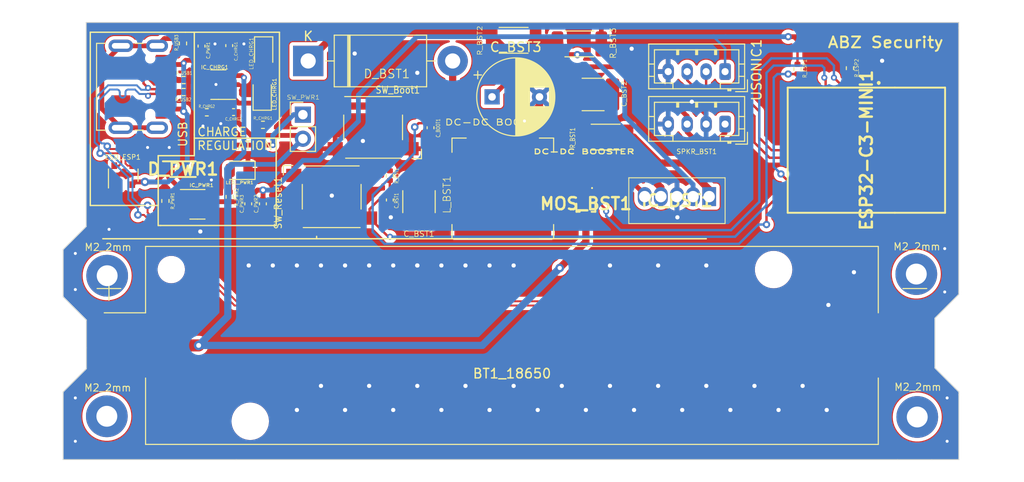
<source format=kicad_pcb>
(kicad_pcb (version 20221018) (generator pcbnew)
  (layers (0 "F.Cu" signal) (31 "B.Cu" mixed) (34 "B.Paste" user) (35 "F.Paste" user) (36 "B.SilkS" user "B.Silkscreen") (37 "F.SilkS" user "F.Silkscreen") (38 "B.Mask" user) (39 "F.Mask" user) (44 "Edge.Cuts" user))
  (net 0 "")
  (net 1 "+BATT")
  (net 2 "-BATT")
  (net 3 "VBUS")
  (net 4 "+3V3")
  (net 5 "Net-(D_BST1-K)")
  (net 6 "BOOT")
  (net 7 "EN")
  (net 8 "Net-(D_BST1-A)")
  (net 9 "TRIGGER")
  (net 10 "ECHO")
  (net 11 "D-")
  (net 12 "D+")
  (net 13 "Net-(IC_BST1-COMP)")
  (net 14 "Net-(IC_BST1-FEEDBACK)")
  (net 15 "Net-(J1-CC1)")
  (net 16 "Net-(J1-CC2)")
  (net 17 "Net-(J1-SHIELD)")
  (net 34 "Net-(IC_CHRG1-STAT)")
  (net 35 "Net-(IC_CHRG1-PROG)")
  (net 36 "Net-(IC_BST1-VIN)")
  (net 37 "BOOST_TRIG")
  (net 38 "Net-(ESP32-C3-MINI1-IO2)")
  (net 42 "Net-(ESP32-C3-MINI1-IO8)")
  (net 47 "Net-(LED_CHRG1-K)")
  (net 48 "Net-(C_BST2-Pad2)")
  (net 49 "Net-(LED__PWR1-A)")
  (net 50 "Net-(IC_PWR1-EN)")
  (net 52 "Net-(D_PWR1-A)")
  (footprint "Capacitor_SMD:C_0402_1005Metric" (layer "F.Cu") (at 30.9626 19.9898 -90)
    (fp_text reference "C_CHRG1")
    (fp_text value "4.7u")
  )
  (footprint "Resistor_SMD:R_2010_5025Metric" (layer "F.Cu") (at 60.96 19.431)
    (fp_text reference "R_BST2")
    (fp_text value "17.4k")
  )
  (footprint "Button_Switch_SMD:SW_SPST_Omron_B3FS-100xP" (layer "F.Cu") (at 41.7698 35.9309)
    (fp_text reference "SW_Reset1")
    (fp_text value "SW_Push")
  )
  (footprint "Battery:BatteryHolder_Keystone_1042_1x18650" (layer "F.Cu") (at 60.7798 51.6106)
    (fp_text reference "BT1_18650")
    (fp_text value "Battery_Cell1")
  )
  (footprint "Capacitor_SMD:C_1812_4532Metric" (layer "F.Cu") (at 50.9778 36.449 90)
    (fp_text reference "C_BST1")
    (fp_text value "0.1u")
  )
  (footprint "Connector_JST:JST_PH_B4B-PH-K_1x04_P2.00mm_Vertical" (layer "F.Cu") (at 83.2612 28.2702 180)
    (fp_text reference "SPKR_BST1")
    (fp_text value "Conn_01x04_Pin")
  )
  (footprint "Capacitor_SMD:C_0402_1005Metric" (layer "F.Cu") (at 32.9692 36.6776 90)
    (fp_text reference "C_PWR3")
    (fp_text value "1u")
  )
  (footprint "Diode_THT:D_DO-201AD_P15.24mm_Horizontal" (layer "F.Cu") (at 39.29 21.61)
    (fp_text reference "D_BST1")
    (fp_text value "1N5821")
  )
  (footprint "MountingHole:MountingHole_2.2mm_M2_Pad" (layer "F.Cu") (at 18.0548 59.0856)
    (fp_text reference "M2_2mm")
    (fp_text value "MountingHole_2.2mm_M2_Pad")
  )
  (footprint "Button_Switch_SMD:SW_SPST_Omron_B3FS-100xP" (layer "F.Cu") (at 46.1396 28.6152 180)
    (fp_text reference "SW_Boot1")
    (fp_text value "SW_Push")
  )
  (footprint "Capacitor_SMD:C_0402_1005Metric" (layer "F.Cu") (at 34.5158 36.6776 90)
    (fp_text reference "C_PWR2")
    (fp_text value "10u")
  )
  (footprint "Connector_JST:JST_PH_B4B-PH-K_1x04_P2.00mm_Vertical" (layer "F.Cu") (at 83.2612 22.733 180)
    (fp_text reference "USONIC1")
    (fp_text value "Conn_01x04_Pin")
  )
  (footprint "Capacitor_SMD:C_0402_1005Metric" (layer "F.Cu") (at 31.4198 27.0002)
    (fp_text reference "C_CHRG2")
    (fp_text value "4.7u")
  )
  (footprint "Capacitor_SMD:C_0402_1005Metric" (layer "F.Cu") (at 47.9044 36.2712 90)
    (fp_text reference "C_RST1")
    (fp_text value ".1u")
  )
  (footprint "Connector_USB:USB_C_Receptacle_JAE_DX07S016JA1R1500" (layer "F.Cu") (at 20.6814 24.334 -90)
    (fp_text reference "J1" hide)
    (fp_text value "USB_C_Receptacle")
  )
  (footprint "Capacitor_SMD:C_0402_1005Metric" (layer "F.Cu") (at 52.197 28.6512 90)
    (fp_text reference "C_BOOT1")
    (fp_text value ".1u")
  )
  (footprint "Resistor_SMD:R_0402_1005Metric" (layer "F.Cu") (at 31.0134 35.941 -90)
    (fp_text reference "R_PWR2")
    (fp_text value "1k")
  )
  (footprint "Resistor_SMD:R_0402_1005Metric" (layer "F.Cu") (at 26.162 24.892 180)
    (fp_text reference "R_USB2")
    (fp_text value "5.1k")
  )
  (footprint "SamacSys_Footprints:ESP32C3MINI1N4" (layer "F.Cu") (at 95.4658 31.0206 -90)
    (fp_text reference "ESP32-C3-MINI1")
    (fp_text value "ESP32-C3-MINI-1-N4" hide)
  )
  (footprint "Package_TO_SOT_SMD:SOT-23-5" (layer "F.Cu") (at 29.8196 24.1046 180)
    (fp_text reference "IC_CHRG1")
    (fp_text value "MCP73831-2-OT")
  )
  (footprint "LED_SMD:LED_0805_2012Metric" (layer "F.Cu") (at 32.004 33.147 180)
    (fp_text reference "LED__PWR1")
    (fp_text value "LED")
  )
  (footprint "SamacSys_Footprints:RUF025N02TL" (layer "F.Cu") (at 68.58 36.6658 180)
    (fp_text reference "MOS_BST1")
    (fp_text value "RUF025N02TL" hide)
  )
  (footprint "SamacSys_Footprints:TPS75833KC" (layer "F.Cu") (at 81.5848 35.9156 180)
    (fp_text reference "IC_BST1")
    (fp_text value "LM2577T-ADJ" hide)
  )
  (footprint "Resistor_SMD:R_2010_5025Metric" (layer "F.Cu") (at 70.6628 29.6418)
    (fp_text reference "R_BST1")
    (fp_text value "2.2k")
  )
  (footprint "Resistor_SMD:R_0402_1005Metric" (layer "F.Cu") (at 26.162 23.622 180)
    (fp_text reference "R_USB1")
    (fp_text value "5.1k")
  )
  (footprint "Resistor_SMD:R_0402_1005Metric" (layer "F.Cu") (at 90.9 22.47 -90)
    (fp_text reference "R_ESP1")
    (fp_text value "10k")
  )
  (footprint "Capacitor_SMD:C_1812_4532Metric" (layer "F.Cu") (at 69.342 25.146 180)
    (fp_text reference "C_BST2")
    (fp_text value ".33u")
  )
  (footprint "Capacitor_THT:CP_Radial_D8.0mm_P5.00mm" (layer "F.Cu") (at 58.684349 25.4)
    (fp_text reference "C_BST3")
    (fp_text value "680u")
  )
  (footprint "Resistor_SMD:R_0402_1005Metric" (layer "F.Cu") (at 26.0858 19.7592 90)
    (fp_text reference "R_USB3")
    (fp_text value "100k")
  )
  (footprint "MountingHole:MountingHole_2.2mm_M2_Pad" (layer "F.Cu") (at 103.5298 59.1606)
    (fp_text reference "M2_2mm")
    (fp_text value "MountingHole_2.2mm_M2_Pad")
  )
  (footprint "Resistor_SMD:R_0402_1005Metric" (layer "F.Cu") (at 28.6004 27.0256)
    (fp_text reference "R_CHRG2")
    (fp_text value "2k")
  )
  (footprint "Connector_PinHeader_2.54mm:PinHeader_1x02_P2.54mm_Vertical" (layer "F.Cu") (at 38.735 27.2746)
    (fp_text reference "SW_PWR1")
    (fp_text value "Conn_01x02")
  )
  (footprint "Resistor_SMD:R_0402_1005Metric" (layer "F.Cu") (at 34.5186 28.3464 180)
    (fp_text reference "R_CHRG1")
    (fp_text value "2k")
  )
  (footprint "Resistor_SMD:R_0402_1005Metric" (layer "F.Cu") (at 96.43 22.37 -90)
    (fp_text reference "R_ESP2")
    (fp_text value "10k")
  )
  (footprint "MountingHole:MountingHole_2.2mm_M2_Pad" (layer "F.Cu") (at 103.4298 44.0856)
    (fp_text reference "M2_2mm")
    (fp_text value "MountingHole_2.2mm_M2_Pad")
  )
  (footprint "SamacSys_Footprints:SODFL3616X98N" (layer "F.Cu") (at 26.0858 33.02)
    (fp_text reference "D_PWR1")
    (fp_text value "MBR120VLSFT3G" hide)
  )
  (footprint "LED_SMD:LED_0805_2012Metric" (layer "F.Cu") (at 34.5948 20.7498 -90)
    (fp_text reference "LED_CHRG1")
    (fp_text value "LED")
  )
  (footprint "LED_SMD:LED_0805_2012Metric" (layer "F.Cu") (at 34.4424 25.1206 90)
    (fp_text reference "LED_CHRG1")
    (fp_text value "LED")
  )
  (footprint "Package_TO_SOT_SMD:SOT-143" (layer "F.Cu") (at 19.7866 33.655 90)
    (fp_text reference "ESD_ESP1")
    (fp_text value "SP0503BAHT")
  )
  (footprint "Resistor_SMD:R_0402_1005Metric" (layer "F.Cu") (at 24.2316 36.3728 90)
    (fp_text reference "R_PWR1")
    (fp_text value "100k")
  )
  (footprint "Package_TO_SOT_SMD:SOT-23-5" (layer "F.Cu") (at 27.6098 36.7284)
    (fp_text reference "IC_PWR1")
    (fp_text value "SPX3819M5-L-3-3")
  )
  (footprint "Inductor_SMD:L_Bourns-SRN1060" (layer "F.Cu") (at 59.817 35.052 90)
    (fp_text reference "L_BST1")
    (fp_text value "100u")
  )
  (footprint "MountingHole:MountingHole_2.2mm_M2_Pad" (layer "F.Cu") (at 18.09 44.26)
    (fp_text reference "M2_2mm")
    (fp_text value "MountingHole_2.2mm_M2_Pad")
  )
  (footprint "Resistor_SMD:R_2010_5025Metric" (layer "F.Cu") (at 67.8925 19.81)
    (fp_text reference "R_BST3")
    (fp_text value "2k")
  )
  (footprint "Capacitor_SMD:C_0402_1005Metric" (layer "F.Cu") (at 28.0416 20.0406 -90)
    (fp_text reference "C_PWR1")
    (fp_text value "10u")
  )
  (footprint "Resistor_SMD:R_0402_1005Metric" (layer "F.Cu") (at 47.9044 33.7058 -90)
    (fp_text reference "R_RST1")
    (fp_text value "10k")
  )
  (gr_line (start 23.4696 31.5976) (end 23.4696 38.9636) (stroke (width 0.15)) (layer "F.SilkS"))
  (gr_line (start 27.28 18.58) (end 27.28 29.33) (stroke (width 0.15)) (layer "F.SilkS"))
  (gr_line (start 23.47 36.85) (end 23.47 31.5976) (stroke (width 0.15)) (layer "F.SilkS"))
  (gr_line (start 27.28 18.58) (end 26.35 18.58) (stroke (width 0.15)) (layer "F.SilkS"))
  (gr_line (start 27.28 18.58) (end 36.26 18.58) (stroke (width 0.15)) (layer "F.SilkS"))
  (gr_line (start 56.0798 40.3606) (end 81.2798 40.3606) (stroke (width 0.15)) (layer "F.SilkS"))
  (gr_line (start 35.9156 29.76) (end 36.26 29.76) (stroke (width 0.15)) (layer "F.SilkS"))
  (gr_line (start 16.31 18.58) (end 16.31 36.85) (stroke (width 0.15)) (layer "F.SilkS"))
  (gr_line (start 26.35 18.58) (end 16.31 18.58) (stroke (width 0.15)) (layer "F.SilkS"))
  (gr_line (start 36.26 18.58) (end 36.26 29.42) (stroke (width 0.15)) (layer "F.SilkS"))
  (gr_line (start 40.1798 40.3606) (end 56.0798 40.3606) (stroke (width 0.15)) (layer "F.SilkS"))
  (gr_line (start 40.1798 40.3606) (end 40.1798 40.1106) (stroke (width 0.15)) (layer "F.SilkS"))
  (gr_line (start 27.27 29.75) (end 36.26 29.75) (stroke (width 0.15)) (layer "F.SilkS"))
  (gr_line (start 36.26 29.75) (end 36.26 29.42) (stroke (width 0.15)) (layer "F.SilkS"))
  (gr_line (start 27.7798 40.3606) (end 36.3298 40.3606) (stroke (width 0.15)) (layer "F.SilkS"))
  (gr_line (start 27.1798 40.3606) (end 27.7798 40.3606) (stroke (width 0.15)) (layer "F.SilkS"))
  (gr_line (start 27.28 29.42) (end 27.28 31.6) (stroke (width 0.15)) (layer "F.SilkS"))
  (gr_line (start 27.28 29.42) (end 27.28 29.33) (stroke (width 0.15)) (layer "F.SilkS"))
  (gr_line (start 23.7236 38.9636) (end 23.4696 38.9636) (stroke (width 0.15)) (layer "F.SilkS"))
  (gr_line (start 27.28 31.6) (end 23.47 31.6) (stroke (width 0.15)) (layer "F.SilkS"))
  (gr_line (start 17.6298 40.3606) (end 27.1798 40.3606) (stroke (width 0.15)) (layer "F.SilkS"))
  (gr_line (start 35.9156 31.5722) (end 35.9156 38.2778) (stroke (width 0.15)) (layer "F.SilkS"))
  (gr_line (start 35.9156 31.5722) (end 35.9156 29.76) (stroke (width 0.15)) (layer "F.SilkS"))
  (gr_line (start 35.9156 38.9636) (end 23.7236 38.9636) (stroke (width 0.15)) (layer "F.SilkS"))
  (gr_line (start 36.3298 40.3606) (end 40.1798 40.3606) (stroke (width 0.15)) (layer "F.SilkS"))
  (gr_line (start 16.31 36.85) (end 23.47 36.85) (stroke (width 0.15)) (layer "F.SilkS"))
  (gr_line (start 35.9156 38.3032) (end 35.9156 38.9636) (stroke (width 0.15)) (layer "F.SilkS"))
  (gr_line (start 105.3956 53.9976) (end 107.5292 56.1312) (stroke (width 0.1)) (layer "Edge.Cuts"))
  (gr_line (start 107.5292 56.1312) (end 107.9102 56.5122) (stroke (width 0.1)) (layer "Edge.Cuts"))
  (gr_line (start 107.8992 18.1356) (end 107.8992 45.974) (stroke (width 0.1)) (layer "Edge.Cuts"))
  (gr_line (start 15.88 39.07) (end 15.88 17.55) (stroke (width 0.1)) (layer "Edge.Cuts"))
  (gr_line (start 101.4586 63.6496) (end 105.0654 63.6496) (stroke (width 0.1)) (layer "Edge.Cuts"))
  (gr_line (start 13.45 41.5) (end 15.88 39.07) (stroke (width 0.1)) (layer "Edge.Cuts"))
  (gr_line (start 107.9102 56.5122) (end 107.9102 56.817) (stroke (width 0.1)) (layer "Edge.Cuts"))
  (gr_line (start 13.4476 63.6496) (end 13.4476 56.52) (stroke (width 0.1)) (layer "Edge.Cuts"))
  (gr_line (start 107.8992 17.55) (end 107.81 17.55) (stroke (width 0.1)) (layer "Edge.Cuts"))
  (gr_line (start 107.8992 46.228) (end 105.3956 48.7316) (stroke (width 0.1)) (layer "Edge.Cuts"))
  (gr_line (start 105.0654 63.6496) (end 107.9102 63.6496) (stroke (width 0.1)) (layer "Edge.Cuts"))
  (gr_line (start 15.9 48.93) (end 15.9 51.87) (stroke (width 0.1)) (layer "Edge.Cuts"))
  (gr_line (start 15.7776 54.19) (end 15.8976 54.07) (stroke (width 0.1)) (layer "Edge.Cuts"))
  (gr_line (start 105.3956 48.7316) (end 105.3956 53.9976) (stroke (width 0.1)) (layer "Edge.Cuts"))
  (gr_line (start 13.4476 56.52) (end 15.7776 54.19) (stroke (width 0.1)) (layer "Edge.Cuts"))
  (gr_line (start 107.9102 63.6496) (end 107.9102 56.817) (stroke (width 0.1)) (layer "Edge.Cuts"))
  (gr_line (start 15.88 17.55) (end 107.81 17.55) (stroke (width 0.1)) (layer "Edge.Cuts"))
  (gr_line (start 107.8992 18.1356) (end 107.8992 17.55) (stroke (width 0.1)) (layer "Edge.Cuts"))
  (gr_line (start 107.8992 45.974) (end 107.8992 46.228) (stroke (width 0.1)) (layer "Edge.Cuts"))
  (gr_line (start 15.8976 54.07) (end 15.8976 53.92) (stroke (width 0.1)) (layer "Edge.Cuts"))
  (gr_line (start 31.7102 63.6496) (end 13.4476 63.6496) (stroke (width 0.1)) (layer "Edge.Cuts"))
  (gr_line (start 13.45 46.48) (end 13.45 41.5) (stroke (width 0.1)) (layer "Edge.Cuts"))
  (gr_line (start 14.56 47.59) (end 15.9 48.93) (stroke (width 0.1)) (layer "Edge.Cuts"))
  (gr_line (start 14.56 47.59) (end 13.45 46.48) (stroke (width 0.1)) (layer "Edge.Cuts"))
  (gr_line (start 15.9 51.87) (end 15.9 53.92) (stroke (width 0.1)) (layer "Edge.Cuts"))
  (gr_line (start 31.7102 63.6496) (end 101.4586 63.6496) (stroke (width 0.1)) (layer "Edge.Cuts"))
  (gr_text "DC-DC BOOSTER" (at 62.9666 31.4706) (layer "F.SilkS") (effects (font (size 0.508 0.8382) (thickness 0.127) bold) (justify left bottom)))
  (gr_text "USB" (at 26.59 30.75 90) (layer "F.SilkS") (effects (font (size 0.889 0.889) (thickness 0.127)) (justify left bottom)))
  (gr_text "CHARGE\n" (at 27.53 29.61) (layer "F.SilkS") (effects (font (size 0.889 0.889) (thickness 0.127)) (justify left bottom)))
  (gr_text "DC-DC BOOST" (at 53.64 28.45) (layer "F.SilkS") (effects (font (size 0.635 0.889) (thickness 0.1016)) (justify left bottom)))
  (gr_text "ABZ Security\n" (at 93.98 20.32) (layer "F.SilkS") (effects (font (size 1.143 1.27) (thickness 0.2032) bold) (justify left bottom)))
  (gr_text "REGULATION\n" (at 27.52 31.06) (layer "F.SilkS") (effects (font (size 0.889 0.889) (thickness 0.127)) (justify left bottom)))
  (segment (start 31.8998 28.0898) (end 31.8998 27.0002) (width 0.508) (layer "F.Cu") (net 1))
  (segment (start 68.58 40.685738) (end 68.58 37.5158) (width 0.762) (layer "F.Cu") (net 1))
  (segment (start 65.821569 43.444169) (end 68.58 40.685738) (width 0.762) (layer "F.Cu") (net 1))
  (segment (start 30.9571 23.1546) (end 32.2986 23.1546) (width 0.508) (layer "F.Cu") (net 1))
  (segment (start 33.274 29.464) (end 31.8998 28.0898) (width 0.508) (layer "F.Cu") (net 1))
  (segment (start 27.739 51.6106) (end 21.4498 51.6106) (width 1.27) (layer "F.Cu") (net 1))
  (segment (start 32.2986 23.1546) (end 32.512 23.368) (width 0.508) (layer "F.Cu") (net 1))
  (segment (start 38.735 29.8146) (end 38.3844 29.464) (width 0.508) (layer "F.Cu") (net 1))
  (segment (start 38.3844 29.464) (end 33.274 29.464) (width 0.508) (layer "F.Cu") (net 1))
  (via (at 32.512 23.368) (size 0.635) (drill 0.3175) (layers "F.Cu" "B.Cu") (net 1))
  (via (at 65.821569 43.444169) (size 0.889) (drill 0.4445) (layers "F.Cu" "B.Cu") (net 1))
  (via (at 27.739 51.6106) (size 1.016) (drill 0.508) (layers "F.Cu" "B.Cu") (net 1))
  (segment (start 57.655138 51.6106) (end 27.739 51.6106) (width 0.762) (layer "B.Cu") (net 1))
  (segment (start 30.81 33.0043) (end 31.2007 32.6136) (width 0.762) (layer "B.Cu") (net 1))
  (segment (start 32.512 23.368) (end 32.512 31.3023) (width 0.508) (layer "B.Cu") (net 1))
  (segment (start 36.0376 32.512) (end 31.3023 32.512) (width 0.508) (layer "B.Cu") (net 1))
  (segment (start 30.81 48.5396) (end 30.81 33.0043) (width 0.762) (layer "B.Cu") (net 1))
  (segment (start 31.3023 32.512) (end 31.2007 32.6136) (width 0.508) (layer "B.Cu") (net 1))
  (segment (start 32.512 31.3023) (end 31.2007 32.6136) (width 0.508) (layer "B.Cu") (net 1))
  (segment (start 27.739 51.6106) (end 30.81 48.5396) (width 0.762) (layer "B.Cu") (net 1))
  (segment (start 38.735 29.8146) (end 36.0376 32.512) (width 0.508) (layer "B.Cu") (net 1))
  (segment (start 65.821569 43.444169) (end 57.655138 51.6106) (width 0.762) (layer "B.Cu") (net 1))
  (segment (start 29.5656 24.09) (end 27.14 24.09) (width 0.254) (layer "F.Cu") (net 2))
  (segment (start 95.4658 32.9956) (end 95.4658 31.0206) (width 0.508) (layer "F.Cu") (net 2))
  (segment (start 23.7314 21.234) (end 25.121 21.234) (width 0.254) (layer "F.Cu") (net 2))
  (segment (start 25.5524 28.0924) (end 24.894 27.434) (width 0.254) (layer "F.Cu") (net 2))
  (segment (start 78.1848 38.0528) (end 78.232 38.1) (width 0.254) (layer "F.Cu") (net 2))
  (segment (start 24.894 27.434) (end 23.7314 27.434) (width 0.254) (layer "F.Cu") (net 2))
  (segment (start 29.9676 28.1134) (end 29.9676 24.492) (width 0.254) (layer "F.Cu") (net 2))
  (segment (start 29.1104 27.557) (end 29.1104 27.0256) (width 0.508) (layer "F.Cu") (net 2))
  (segment (start 100.3658 28.6206) (end 100.3658 27.8206) (width 0.508) (layer "F.Cu") (net 2))
  (segment (start 100.3658 27.0206) (end 100.3658 26.2206) (width 0.508) (layer "F.Cu") (net 2))
  (segment (start 78.1848 35.9156) (end 78.1848 38.0528) (width 0.254) (layer "F.Cu") (net 2))
  (segment (start 47.9044 37.9984) (end 47.9044 36.7512) (width 0.508) (layer "F.Cu") (net 2))
  (segment (start 25.5524 29.718) (end 25.5524 28.702) (width 0.254) (layer "F.Cu") (net 2))
  (segment (start 63.684349 25.4) (end 63.684349 26.358651) (width 0.762) (layer "F.Cu") (net 2))
  (segment (start 30.0736 28.2194) (end 29.9676 28.1134) (width 0.254) (layer "F.Cu") (net 2))
  (segment (start 100.4158 35.8706) (end 100.3658 35.8206) (width 0.508) (layer "F.Cu") (net 2))
  (segment (start 77.2612 29.0012) (end 77.2612 28.2702) (width 0.254) (layer "F.Cu") (net 2))
  (segment (start 25.5524 29.8196) (end 24.638 30.734) (width 0.254) (layer "F.Cu") (net 2))
  (segment (start 26.672 23.622) (end 26.672 24.892) (width 0.254) (layer "F.Cu") (net 2))
  (segment (start 29.5802 24.1046) (end 30.9571 24.1046) (width 0.254) (layer "F.Cu") (net 2))
  (segment (start 90.5 38.83) (end 90.5158 38.8142) (width 0.508) (layer "F.Cu") (net 2))
  (segment (start 29.5656 24.09) (end 29.5802 24.1046) (width 0.254) (layer "F.Cu") (net 2))
  (segment (start 81.2612 27.4132) (end 79.756 25.908) (width 0.254) (layer "F.Cu") (net 2))
  (segment (start 98.6658 25.1206) (end 99.4658 25.1206) (width 0.508) (layer "F.Cu") (net 2))
  (segment (start 100.3658 25.1206) (end 100.4158 25.0706) (width 0.508) (layer "F.Cu") (net 2))
  (segment (start 27.14 24.09) (end 26.672 23.622) (width 0.254) (layer "F.Cu") (net 2))
  (segment (start 29.9676 24.492) (end 29.5656 24.09) (width 0.254) (layer "F.Cu") (net 2))
  (segment (start 26.0858 20.2692) (end 26.7944 19.5606) (width 0.254) (layer "F.Cu") (net 2))
  (segment (start 97.4408 31.0206) (end 97.4408 32.9956) (width 0.508) (layer "F.Cu") (net 2))
  (segment (start 48.006 38.1) (end 47.9044 37.9984) (width 0.508) (layer "F.Cu") (net 2))
  (segment (start 91.4658 25.1206) (end 90.5658 25.1206) (width 0.508) (layer "F.Cu") (net 2))
  (segment (start 63.684349 26.358651) (end 62.103 27.94) (width 0.762) (layer "F.Cu") (net 2))
  (segment (start 93.4908 31.0206) (end 93.4908 32.9956) (width 0.508) (layer "F.Cu") (net 2))
  (segment (start 27.5844 36.7284) (end 26.4723 36.7284) (width 0.254) (layer "F.Cu") (net 2))
  (segment (start 27.5844 36.7284) (end 27.5844 39.2684) (width 0.254) (layer "F.Cu") (net 2))
  (segment (start 100.3658 27.8206) (end 100.3658 27.0206) (width 0.508) (layer "F.Cu") (net 2))
  (segment (start 97.4408 29.0456) (end 97.4408 31.0206) (width 0.508) (layer "F.Cu") (net 2))
  (segment (start 26.7944 19.5606) (end 28.0416 19.5606) (width 0.254) (layer "F.Cu") (net 2))
  (segment (start 100.3658 26.2206) (end 100.3658 25.1206) (width 0.508) (layer "F.Cu") (net 2))
  (segment (start 28.194 28.4734) (end 29.1104 27.557) (width 0.508) (layer "F.Cu") (net 2))
  (segment (start 100.3658 29.4206) (end 100.3658 28.6206) (width 0.508) (layer "F.Cu") (net 2))
  (segment (start 81.2612 28.2702) (end 81.2612 27.4132) (width 0.254) (layer "F.Cu") (net 2))
  (segment (start 99.4658 25.1206) (end 100.3658 25.1206) (width 0.508) (layer "F.Cu") (net 2))
  (segment (start 25.121 21.234) (end 26.0858 20.2692) (width 0.254) (layer "F.Cu") (net 2))
  (segment (start 95.4658 29.0456) (end 95.4658 31.0206) (width 0.508) (layer "F.Cu") (net 2))
  (segment (start 25.5524 28.702) (end 25.5524 28.0924) (width 0.254) (layer "F.Cu") (net 2))
  (segment (start 99.9408 29.0456) (end 100.3658 28.6206) (width 0.508) (layer "F.Cu") (net 2))
  (segment (start 25.5524 29.718) (end 25.5524 29.8196) (width 0.254) (layer "F.Cu") (net 2))
  (segment (start 90.5658 25.1206) (end 90.5158 25.0706) (width 0.508) (layer "F.Cu") (net 2))
  (segment (start 27.5844 39.2684) (end 27.9146 39.5986) (width 0.254) (layer "F.Cu") (net 2))
  (segment (start 93.4908 29.0456) (end 93.4908 31.0206) (width 0.508) (layer "F.Cu") (net 2))
  (segment (start 100.3658 30.2206) (end 100.3658 29.4206) (width 0.508) (layer "F.Cu") (net 2))
  (via (at 58.42 58.42) (size 0.889) (drill 0.4445) (layers "F.Cu" "B.Cu") (net 2))
  (via (at 96.8502 43.8912) (size 0.889) (drill 0.4445) (layers "F.Cu" "B.Cu") (net 2))
  (via (at 38.1 43.18) (size 0.889) (drill 0.4445) (layers "F.Cu" "B.Cu") (net 2))
  (via (at 40.64 43.18) (size 0.889) (drill 0.4445) (layers "F.Cu" "B.Cu") (net 2))
  (via (at 50.8 43.18) (size 0.889) (drill 0.4445) (layers "F.Cu" "B.Cu") (net 2))
  (via (at 14.732 57.15) (size 0.635) (drill 0.3175) (layers "F.Cu" "B.Cu") (net 2))
  (via (at 76.2 55.88) (size 0.889) (drill 0.4445) (layers "F.Cu" "B.Cu") (net 2))
  (via (at 68.58 58.42) (size 0.889) (drill 0.4445) (layers "F.Cu" "B.Cu") (net 2))
  (via (at 81.28 55.88) (size 0.889) (drill 0.4445) (layers "F.Cu" "B.Cu") (net 2))
  (via (at 48.006 38.1) (size 0.889) (drill 0.4445) (layers "F.Cu" "B.Cu") (net 2))
  (via (at 43.18 58.42) (size 0.889) (drill 0.4445) (layers "F.Cu" "B.Cu") (net 2))
  (via (at 58.42 43.18) (size 0.889) (drill 0.4445) (layers "F.Cu" "B.Cu") (net 2))
  (via (at 106.68 61.722) (size 0.635) (drill 0.3175) (layers "F.Cu" "B.Cu") (net 2))
  (via (at 45.72 43.18) (size 0.889) (drill 0.4445) (layers "F.Cu" "B.Cu") (net 2))
  (via (at 29.5656 24.09) (size 0.635) (drill 0.3175) (layers "F.Cu" "B.Cu") (net 2))
  (via (at 45.0596 30.0482) (size 0.889) (drill 0.4445) (layers "F.Cu" "B.Cu") (net 2))
  (via (at 60.96 55.88) (size 0.889) (drill 0.4445) (layers "F.Cu" "B.Cu") (net 2))
  (via (at 24.638 30.734) (size 0.635) (drill 0.3175) (layers "F.Cu" "B.Cu") (net 2))
  (via (at 48.26 58.42) (size 0.889) (drill 0.4445) (layers "F.Cu" "B.Cu") (net 2))
  (via (at 32.512 19.812) (size 0.635) (drill 0.3175) (layers "F.Cu" "B.Cu") (net 2))
  (via (at 33.02 43.18) (size 0.889) (drill 0.4445) (layers "F.Cu" "B.Cu") (net 2))
  (via (at 60.96 43.18) (size 0.889) (drill 0.4445) (layers "F.Cu" "B.Cu") (net 2))
  (via (at 28.194 28.4734) (size 0.635) (drill 0.3175) (layers "F.Cu" "B.Cu") (net 2))
  (via (at 86.36 55.88) (size 0.889) (drill 0.4445) (layers "F.Cu" "B.Cu") (net 2))
  (via (at 71.12 43.18) (size 0.889) (drill 0.4445) (layers "F.Cu" "B.Cu") (net 2))
  (via (at 50.8 43.18) (size 0.889) (drill 0.4445) (layers "F.Cu" "B.Cu") (net 2))
  (via (at 79.756 25.908) (size 0.889) (drill 0.4445) (layers "F.Cu" "B.Cu") (net 2))
  (via (at 78.232 38.1) (size 0.889) (drill 0.4445) (layers "F.Cu" "B.Cu") (net 2))
  (via (at 40.64 55.88) (size 0.889) (drill 0.4445) (layers "F.Cu" "B.Cu") (net 2))
  (via (at 106.426 45.974) (size 0.635) (drill 0.3175) (layers "F.Cu" "B.Cu") (net 2))
  (via (at 88.9 58.42) (size 0.889) (drill 0.4445) (layers "F.Cu" "B.Cu") (net 2))
  (via (at 91.44 55.88) (size 0.889) (drill 0.4445) (layers "F.Cu" "B.Cu") (net 2))
  (via (at 29.083 34.163) (size 0.635) (drill 0.3175) (layers "F.Cu" "B.Cu") (net 2))
  (via (at 38.1 58.42) (size 0.889) (drill 0.4445) (layers "F.Cu" "B.Cu") (net 2))
  (via (at 62.103 27.94) (size 0.635) (drill 0.3175) (layers "F.Cu" "B.Cu") (net 2))
  (via (at 44.196 20.828) (size 0.889) (drill 0.4445) (layers "F.Cu" "B.Cu") (net 2))
  (via (at 35.56 43.18) (size 0.889) (drill 0.4445) (layers "F.Cu" "B.Cu") (net 2))
  (via (at 14.732 45.72) (size 0.635) (drill 0.3175) (layers "F.Cu" "B.Cu") (net 2))
  (via (at 81.28 43.18) (size 0.889) (drill 0.4445) (layers "F.Cu" "B.Cu") (net 2))
  (via (at 41.783 35.814) (size 0.889) (drill 0.4445) (layers "F.Cu" "B.Cu") (net 2))
  (via (at 106.68 57.15) (size 0.635) (drill 0.3175) (layers "F.Cu" "B.Cu") (net 2))
  (via (at 27.9146 39.5986) (size 0.889) (drill 0.4445) (layers "F.Cu" "B.Cu") (net 2))
  (via (at 18.288 39.37) (size 0.635) (drill 0.3175) (layers "F.Cu" "B.Cu") (net 2))
  (via (at 53.34 43.18) (size 0.889) (drill 0.4445) (layers "F.Cu" "B.Cu") (net 2))
  (via (at 29.464 19.812) (size 0.635) (drill 0.3175) (layers "F.Cu" "B.Cu") (net 2))
  (via (at 93.98 58.42) (size 0.889) (drill 0.4445) (layers "F.Cu" "B.Cu") (net 2))
  (via (at 66.04 55.88) (size 0.889) (drill 0.4445) (layers "F.Cu" "B.Cu") (net 2))
  (via (at 83.82 58.42) (size 0.889) (drill 0.4445) (layers "F.Cu" "B.Cu") (net 2))
  (via (at 78.74 58.42) (size 0.889) (drill 0.4445) (layers "F.Cu" "B.Cu") (net 2))
  (via (at 73.66 58.42) (size 0.889) (drill 0.4445) (layers "F.Cu" "B.Cu") (net 2))
  (via (at 73.406 20.32) (size 0.889) (drill 0.4445) (layers "F.Cu" "B.Cu") (net 2))
  (via (at 14.732 41.91) (size 0.635) (drill 0.3175) (layers "F.Cu" "B.Cu") (net 2))
  (via (at 55.88 43.18) (size 0.889) (drill 0.4445) (layers "F.Cu" "B.Cu") (net 2))
  (via (at 45.72 55.88) (size 0.889) (drill 0.4445) (layers "F.Cu" "B.Cu") (net 2))
  (via (at 30.0736 28.2194) (size 0.635) (drill 0.3175) (layers "F.Cu" "B.Cu") (net 2))
  (via (at 106.426 41.402) (size 0.635) (drill 0.3175) (layers "F.Cu" "B.Cu") (net 2))
  (via (at 43.18 43.18) (size 0.889) (drill 0.4445) (layers "F.Cu" "B.Cu") (net 2))
  (via (at 14.732 61.722) (size 0.635) (drill 0.3175) (layers "F.Cu" "B.Cu") (net 2))
  (via (at 63.5 58.42) (size 0.889) (drill 0.4445) (layers "F.Cu" "B.Cu") (net 2))
  (via (at 99.822 21.59) (size 0.889) (drill 0.4445) (layers "F.Cu" "B.Cu") (net 2))
  (via (at 76.2 43.18) (size 0.889) (drill 0.4445) (layers "F.Cu" "B.Cu") (net 2))
  (via (at 22.352 30.734) (size 0.635) (drill 0.3175) (layers "F.Cu" "B.Cu") (net 2))
  (via (at 94.1578 47.3456) (size 0.889) (drill 0.4445) (layers "F.Cu" "B.Cu") (net 2))
  (via (at 50.8 22.86) (size 0.889) (drill 0.4445) (layers "F.Cu" "B.Cu") (net 2))
  (via (at 71.12 55.88) (size 0.889) (drill 0.4445) (layers "F.Cu" "B.Cu") (net 2))
  (via (at 53.34 58.42) (size 0.889) (drill 0.4445) (layers "F.Cu" "B.Cu") (net 2))
  (via (at 48.26 43.18) (size 0.889) (drill 0.4445) (layers "F.Cu" "B.Cu") (net 2))
  (via (at 55.88 55.88) (size 0.889) (drill 0.4445) (layers "F.Cu" "B.Cu") (net 2))
  (via (at 50.8 55.88) (size 0.889) (drill 0.4445) (layers "F.Cu" "B.Cu") (net 2))
  (segment (start 77.2612 28.2702) (end 77.2922 28.2702) (width 0.254) (layer "B.Cu") (net 2))
  (segment (start 26.2382 21.6662) (end 25.9204 21.984) (width 0.508) (layer "F.Cu") (net 3))
  (segment (start 28.6821 23.1546) (end 28.6156 23.1546) (width 0.508) (layer "F.Cu") (net 3))
  (segment (start 30.226 21.5392) (end 34.4467 21.5392) (width 0.508) (layer "F.Cu") (net 3))
  (segment (start 22.07 34.3662) (end 23.2396 34.3662) (width 0.508) (layer "F.Cu") (net 3))
  (segment (start 25.9204 21.984) (end 23.7314 21.984) (width 0.508) (layer "F.Cu") (net 3))
  (segment (start 28.6156 23.1546) (end 27.0002 21.5392) (width 0.508) (layer "F.Cu") (net 3))
  (segment (start 30.9626 20.4698) (end 30.9626 20.8026) (width 0.508) (layer "F.Cu") (net 3))
  (segment (start 28.0188 20.5206) (end 27.0002 21.5392) (width 0.508) (layer "F.Cu") (net 3))
  (segment (start 22.07 34.3662) (end 21.0254 34.3662) (width 0.508) (layer "F.Cu") (net 3))
  (segment (start 29.8958 21.5392) (end 30.226 21.5392) (width 0.508) (layer "F.Cu") (net 3))
  (segment (start 34.5948 21.6873) (end 34.5948 24.0307) (width 0.508) (layer "F.Cu") (net 3))
  (segment (start 24.316 35.7784) (end 24.2316 35.8628) (width 0.508) (layer "F.Cu") (net 3))
  (segment (start 26.4723 35.7784) (end 24.316 35.7784) (width 0.508) (layer "F.Cu") (net 3))
  (segment (start 24.5858 33.02) (end 24.5858 33.8919) (width 0.508) (layer "F.Cu") (net 3))
  (segment (start 27.0002 21.5392) (end 29.8958 21.5392) (width 0.508) (layer "F.Cu") (net 3))
  (segment (start 26.2382 21.6662) (end 26.3652 21.5392) (width 0.508) (layer "F.Cu") (net 3))
  (segment (start 34.5694 24.4117) (end 34.5209 24.4117) (width 0.508) (layer "F.Cu") (net 3))
  (segment (start 26.3652 21.5392) (end 27.0002 21.5392) (width 0.508) (layer "F.Cu") (net 3))
  (segment (start 25.922 26.684) (end 26.162 26.924) (width 0.508) (layer "F.Cu") (net 3))
  (segment (start 30.9626 20.8026) (end 30.226 21.5392) (width 0.508) (layer "F.Cu") (net 3))
  (segment (start 24.5858 33.8919) (end 26.4723 35.7784) (width 0.508) (layer "F.Cu") (net 3))
  (segment (start 23.2396 34.3662) (end 24.5858 33.02) (width 0.508) (layer "F.Cu") (net 3))
  (segment (start 34.5948 24.0307) (end 34.4424 24.1831) (width 0.508) (layer "F.Cu") (net 3))
  (segment (start 28.0416 20.5206) (end 28.0188 20.5206) (width 0.508) (layer "F.Cu") (net 3))
  (segment (start 21.0254 34.3662) (end 20.7366 34.655) (width 0.508) (layer "F.Cu") (net 3))
  (segment (start 23.7314 26.684) (end 25.922 26.684) (width 0.508) (layer "F.Cu") (net 3))
  (via (at 22.07 34.3662) (size 0.889) (drill 0.4445) (layers "F.Cu" "B.Cu") (net 3))
  (via (at 26.162 21.844) (size 0.635) (drill 0.3175) (layers "F.Cu" "B.Cu") (net 3))
  (via (at 26.162 26.924) (size 0.762) (drill 0.381) (layers "F.Cu" "B.Cu") (net 3))
  (segment (start 26.54 27.302) (end 26.162 26.924) (width 0.508) (layer "B.Cu") (net 3))
  (segment (start 26.54 32.34) (end 26.54 27.302) (width 0.508) (layer "B.Cu") (net 3))
  (segment (start 26.162 26.924) (end 26.162 21.844) (width 0.508) (layer "B.Cu") (net 3))
  (segment (start 24.5138 34.3662) (end 26.54 32.34) (width 0.508) (layer "B.Cu") (net 3))
  (segment (start 22.07 34.3662) (end 24.5138 34.3662) (width 0.508) (layer "B.Cu") (net 3))
  (segment (start 32.0524 36.1976) (end 32.9692 36.1976) (width 0.508) (layer "F.Cu") (net 4))
  (segment (start 97.8658 21.9) (end 97.8658 25.1206) (width 0.508) (layer "F.Cu") (net 4))
  (segment (start 34.53 35.2298) (end 33.937 35.2298) (width 0.508) (layer "F.Cu") (net 4))
  (segment (start 33.937 35.2298) (end 32.9692 36.1976) (width 0.508) (layer "F.Cu") (net 4))
  (segment (start 96.43 21.86) (end 97.8258 21.86) (width 0.254) (layer "F.Cu") (net 4))
  (segment (start 97.8658 21.5658) (end 97.8658 21.9) (width 0.508) (layer "F.Cu") (net 4))
  (segment (start 29.4199 36.451) (end 28.7473 35.7784) (width 0.508) (layer "F.Cu") (net 4))
  (segment (start 95.35 19.05) (end 97.8658 21.5658) (width 0.508) (layer "F.Cu") (net 4))
  (segment (start 89.916 19.05) (end 95.35 19.05) (width 0.508) (layer "F.Cu") (net 4))
  (segment (start 97.8258 21.86) (end 97.8658 21.9) (width 0.254) (layer "F.Cu") (net 4))
  (segment (start 31.0134 36.451) (end 31.799 36.451) (width 0.508) (layer "F.Cu") (net 4))
  (segment (start 90.9 19.59) (end 90.9 21.96) (width 0.254) (layer "F.Cu") (net 4))
  (segment (start 90.36 19.05) (end 90.9 19.59) (width 0.254) (layer "F.Cu") (net 4))
  (segment (start 31.0134 36.451) (end 29.4199 36.451) (width 0.508) (layer "F.Cu") (net 4))
  (segment (start 31.799 36.451) (end 32.0524 36.1976) (width 0.508) (layer "F.Cu") (net 4))
  (segment (start 34.53 35.2298) (end 34.53 36.1834) (width 0.508) (layer "F.Cu") (net 4))
  (segment (start 89.916 19.05) (end 90.36 19.05) (width 0.254) (layer "F.Cu") (net 4))
  (via (at 34.53 35.2298) (size 0.762) (drill 0.381) (layers "F.Cu" "B.Cu") (net 4))
  (via (at 34.53 35.2298) (size 0.762) (drill 0.381) (layers "F.Cu" "B.Cu") (net 4))
  (via (at 89.916 19.05) (size 0.762) (drill 0.381) (layers "F.Cu" "B.Cu") (net 4))
  (segment (start 83.2612 22.733) (end 83.2612 20.2692) (width 0.254) (layer "B.Cu") (net 4))
  (segment (start 44.5865 25.2035) (end 50.74 19.05) (width 0.508) (layer "B.Cu") (net 4))
  (segment (start 38.74 32.09) (end 40.464869 32.09) (width 0.508) (layer "B.Cu") (net 4))
  (segment (start 82.042 19.05) (end 83.312 19.05) (width 0.508) (layer "B.Cu") (net 4))
  (segment (start 89.916 19.05) (end 83.312 19.05) (width 0.508) (layer "B.Cu") (net 4))
  (segment (start 40.464869 32.09) (end 44.5865 27.968369) (width 0.508) (layer "B.Cu") (net 4))
  (segment (start 50.74 19.05) (end 82.042 19.05) (width 0.508) (layer "B.Cu") (net 4))
  (segment (start 35.6002 35.2298) (end 38.74 32.09) (width 0.508) (layer "B.Cu") (net 4))
  (segment (start 34.53 35.2298) (end 35.6002 35.2298) (width 0.508) (layer "B.Cu") (net 4))
  (segment (start 83.2612 20.2692) (end 82.042 19.05) (width 0.254) (layer "B.Cu") (net 4))
  (segment (start 44.5865 27.968369) (end 44.5865 25.2035) (width 0.508) (layer "B.Cu") (net 4))
  (segment (start 62.103 22.225) (end 61.976 22.098) (width 0.508) (layer "F.Cu") (net 5))
  (segment (start 61.976 22.098) (end 58.684349 25.389651) (width 0.508) (layer "F.Cu") (net 5))
  (segment (start 77.976 26.16) (end 76.452 26.16) (width 0.508) (layer "F.Cu") (net 5))
  (segment (start 82.34 30.1) (end 80.26 30.1) (width 0.508) (layer "F.Cu") (net 5))
  (segment (start 72.517 22.225) (end 62.103 22.225) (width 0.508) (layer "F.Cu") (net 5))
  (segment (start 76.452 26.16) (end 72.517 22.225) (width 0.508) (layer "F.Cu") (net 5))
  (segment (start 57.8765 18.66) (end 58.6475 19.431) (width 0.762) (layer "F.Cu") (net 5))
  (segment (start 79.2612 29.1012) (end 79.2612 28.2702) (width 0.508) (layer "F.Cu") (net 5))
  (segment (start 83.2612 28.2702) (end 83.2612 29.1788) (width 0.508) (layer "F.Cu") (net 5))
  (segment (start 79.2612 28.2702) (end 79.2612 27.4452) (width 0.508) (layer "F.Cu") (net 5))
  (segment (start 79.2612 27.4188) (end 79.2612 28.2702) (width 0.508) (layer "F.Cu") (net 5))
  (segment (start 42.24 18.66) (end 57.8765 18.66) (width 0.762) (layer "F.Cu") (net 5))
  (segment (start 59.309 19.431) (end 58.6475 19.431) (width 0.508) (layer "F.Cu") (net 5))
  (segment (start 83.2612 29.1788) (end 82.34 30.1) (width 0.508) (layer "F.Cu") (net 5))
  (segment (start 61.976 22.098) (end 59.309 19.431) (width 0.508) (layer "F.Cu") (net 5))
  (segment (start 39.29 21.61) (end 42.24 18.66) (width 0.762) (layer "F.Cu") (net 5))
  (segment (start 79.2612 27.4452) (end 77.976 26.16) (width 0.508) (layer "F.Cu") (net 5))
  (segment (start 58.684349 25.389651) (end 58.684349 25.4) (width 0.508) (layer "F.Cu") (net 5))
  (segment (start 80.26 30.1) (end 79.2612 29.1012) (width 0.508) (layer "F.Cu") (net 5))
  (segment (start 50.9388 28.1712) (end 50.53 28.58) (width 0.254) (layer "F.Cu") (net 6))
  (segment (start 89.6934 35.0206) (end 90.5658 35.0206) (width 0.254) (layer "F.Cu") (net 6))
  (segment (start 42.1396 26.3652) (end 50.1396 26.3652) (width 0.762) (layer "F.Cu") (net 6))
  (segment (start 47.9044 32.4104) (end 47.9044 33.1958) (width 0.254) (layer "F.Cu") (net 6))
  (segment (start 51.6252 26.3652) (end 52.26 27) (width 0.254) (layer "F.Cu") (net 6))
  (segment (start 46.99 31.496) (end 47.9044 32.4104) (width 0.254) (layer "F.Cu") (net 6))
  (segment (start 50.0888 26.3652) (end 46.99 29.464) (width 0.254) (layer "F.Cu") (net 6))
  (segment (start 46.99 29.464) (end 46.99 31.496) (width 0.254) (layer "F.Cu") (net 6))
  (segment (start 87.63 38.862) (end 87.63 37.084) (width 0.254) (layer "F.Cu") (net 6))
  (segment (start 50.1396 26.3652) (end 51.6252 26.3652) (width 0.254) (layer "F.Cu") (net 6))
  (segment (start 52.26 27) (end 52.26 28.1082) (width 0.254) (layer "F.Cu") (net 6))
  (segment (start 50.1396 26.3652) (end 50.0888 26.3652) (width 0.254) (layer "F.Cu") (net 6))
  (segment (start 52.26 28.1082) (end 52.197 28.1712) (width 0.254) (layer "F.Cu") (net 6))
  (segment (start 52.197 28.1712) (end 50.9388 28.1712) (width 0.254) (layer "F.Cu") (net 6))
  (segment (start 87.63 37.084) (end 89.6934 35.0206) (width 0.254) (layer "F.Cu") (net 6))
  (via (at 50.53 28.58) (size 0.8) (drill 0.4) (layers "F.Cu" "B.Cu") (net 6))
  (via (at 87.63 38.862) (size 0.762) (drill 0.381) (layers "F.Cu" "B.Cu") (net 6))
  (segment (start 86.768 38.862) (end 84.73 40.9) (width 0.254) (layer "B.Cu") (net 6))
  (segment (start 50.53 31.31) (end 50.53 28.58) (width 0.254) (layer "B.Cu") (net 6))
  (segment (start 47.34 40.9) (end 46.09 39.65) (width 0.254) (layer "B.Cu") (net 6))
  (segment (start 87.63 38.862) (end 86.768 38.862) (width 0.254) (layer "B.Cu") (net 6))
  (segment (start 84.73 40.9) (end 47.34 40.9) (width 0.254) (layer "B.Cu") (net 6))
  (segment (start 46.09 39.65) (end 46.09 35.75) (width 0.254) (layer "B.Cu") (net 6))
  (segment (start 46.09 35.75) (end 50.53 31.31) (width 0.254) (layer "B.Cu") (net 6))
  (segment (start 37.7698 38.1809) (end 45.7698 38.1809) (width 0.762) (layer "F.Cu") (net 7))
  (segment (start 47.9044 34.2158) (end 47.9044 35.7912) (width 0.254) (layer "F.Cu") (net 7))
  (segment (start 47.92 40.15) (end 47.7389 40.15) (width 0.254) (layer "F.Cu") (net 7))
  (segment (start 47.2055 35.7912) (end 45.7698 37.2269) (width 0.254) (layer "F.Cu") (net 7))
  (segment (start 93.726 23.368) (end 93.8658 23.5078) (width 0.254) (layer "F.Cu") (net 7))
  (segment (start 47.9044 35.7912) (end 47.2055 35.7912) (width 0.254) (layer "F.Cu") (net 7))
  (segment (start 47.7389 40.15) (end 45.7698 38.1809) (width 0.254) (layer "F.Cu") (net 7))
  (segment (start 93.8658 23.5078) (end 93.8658 25.1206) (width 0.254) (layer "F.Cu") (net 7))
  (segment (start 45.7698 37.2269) (end 45.7698 38.1809) (width 0.254) (layer "F.Cu") (net 7))
  (via (at 47.92 40.15) (size 0.635) (drill 0.3175) (layers "F.Cu" "B.Cu") (net 7))
  (via (at 93.726 23.368) (size 0.635) (drill 0.3175) (layers "F.Cu" "B.Cu") (net 7))
  (segment (start 93.726 22.352) (end 93.472 22.098) (width 0.254) (layer "B.Cu") (net 7))
  (segment (start 85.344 39.116) (end 84.31 40.15) (width 0.254) (layer "B.Cu") (net 7))
  (segment (start 87.63 22.86) (end 87.63 36.822368) (width 0.254) (layer "B.Cu") (net 7))
  (segment (start 93.472 22.098) (end 88.392 22.098) (width 0.254) (layer "B.Cu") (net 7))
  (segment (start 85.344 39.108368) (end 85.344 39.116) (width 0.254) (layer "B.Cu") (net 7))
  (segment (start 84.31 40.15) (end 47.92 40.15) (width 0.254) (layer "B.Cu") (net 7))
  (segment (start 88.392 22.098) (end 87.63 22.86) (width 0.254) (layer "B.Cu") (net 7))
  (segment (start 93.726 23.368) (end 93.726 22.352) (width 0.254) (layer "B.Cu") (net 7))
  (segment (start 87.63 36.822368) (end 85.344 39.108368) (width 0.254) (layer "B.Cu") (net 7))
  (segment (start 54.53 21.61) (end 54.53 28.749) (width 0.762) (layer "F.Cu") (net 8))
  (segment (start 54.53 28.749) (end 57.533 31.752) (width 0.762) (layer "F.Cu") (net 8))
  (segment (start 76.4848 35.9156) (end 76.4848 34.9548) (width 0.762) (layer "F.Cu") (net 8))
  (segment (start 59.5122 30.8884) (end 57.787 30.8884) (width 1.016) (layer "F.Cu") (net 8))
  (segment (start 57.533 31.752) (end 59.817 31.752) (width 0.762) (layer "F.Cu") (net 8))
  (segment (start 60.8056 32.1818) (end 59.5122 30.8884) (width 0.762) (layer "F.Cu") (net 8))
  (segment (start 76.4848 34.9548) (end 73.282 31.752) (width 0.762) (layer "F.Cu") (net 8))
  (segment (start 73.282 31.752) (end 59.817 31.752) (width 0.762) (layer "F.Cu") (net 8))
  (segment (start 81.534 24.892) (end 84.836 24.892) (width 0.254) (layer "F.Cu") (net 9))
  (segment (start 86.868 26.924) (end 86.868 29.718) (width 0.254) (layer "F.Cu") (net 9))
  (segment (start 86.868 29.718) (end 88.1706 31.0206) (width 0.254) (layer "F.Cu") (net 9))
  (segment (start 84.836 24.892) (end 86.868 26.924) (width 0.254) (layer "F.Cu") (net 9))
  (segment (start 88.1706 31.0206) (end 90.5658 31.0206) (width 0.254) (layer "F.Cu") (net 9))
  (segment (start 81.2612 22.733) (end 81.2612 24.6192) (width 0.254) (layer "F.Cu") (net 9))
  (segment (start 81.2612 24.6192) (end 81.534 24.892) (width 0.254) (layer "F.Cu") (net 9))
  (segment (start 79.2612 23.6352) (end 81.026 25.4) (width 0.254) (layer "F.Cu") (net 10))
  (segment (start 79.2612 22.733) (end 79.2612 23.6352) (width 0.254) (layer "F.Cu") (net 10))
  (segment (start 86.36 30.226) (end 87.9546 31.8206) (width 0.254) (layer "F.Cu") (net 10))
  (segment (start 86.36 27.432) (end 86.36 30.226) (width 0.254) (layer "F.Cu") (net 10))
  (segment (start 81.026 25.4) (end 84.328 25.4) (width 0.254) (layer "F.Cu") (net 10))
  (segment (start 87.9546 31.8206) (end 90.5658 31.8206) (width 0.254) (layer "F.Cu") (net 10))
  (segment (start 84.328 25.4) (end 86.36 27.432) (width 0.254) (layer "F.Cu") (net 10))
  (segment (start 20.255 32.655) (end 20.7366 32.655) (width 0.2) (layer "F.Cu") (net 11))
  (segment (start 22.352 37.593801) (end 26.9231 42.164901) (width 0.2) (layer "F.Cu") (net 11))
  (segment (start 18.388695 30.896231) (end 19.564431 30.896231) (width 0.2) (layer "F.Cu") (net 11))
  (segment (start 27.86996 42.490834) (end 27.771627 42.589164) (width 0.2) (layer "F.Cu") (net 11))
  (segment (start 18.096232 30.603768) (end 18.388695 30.896231) (width 0.2) (layer "F.Cu") (net 11))
  (segment (start 92.535 43.9568) (end 92.535 38.11) (width 0.2) (layer "F.Cu") (net 11))
  (segment (start 27.347365 42.1649) (end 27.347364 42.164901) (width 0.2) (layer "F.Cu") (net 11))
  (segment (start 20.025 31.3568) (end 20.025 32.425) (width 0.2) (layer "F.Cu") (net 11))
  (segment (start 27.771628 43.013429) (end 31.713199 46.955) (width 0.2) (layer "F.Cu") (net 11))
  (segment (start 22.352 36.83) (end 22.352 37.593801) (width 0.2) (layer "F.Cu") (net 11))
  (segment (start 24.509 23.584) (end 24.79 23.865) (width 0.254) (layer "F.Cu") (net 11))
  (segment (start 31.713199 46.955) (end 89.5368 46.955) (width 0.2) (layer "F.Cu") (net 11))
  (segment (start 19.564431 30.896231) (end 20.025 31.3568) (width 0.2) (layer "F.Cu") (net 11))
  (segment (start 27.771627 43.013428) (end 27.771628 43.013429) (width 0.2) (layer "F.Cu") (net 11))
  (segment (start 27.347364 42.164901) (end 27.445696 42.06657) (width 0.2) (layer "F.Cu") (net 11))
  (segment (start 24.79 23.865) (end 24.79 24.8144) (width 0.254) (layer "F.Cu") (net 11))
  (segment (start 92.535 38.11) (end 92.2658 37.8408) (width 0.2) (layer "F.Cu") (net 11))
  (segment (start 20.025 32.425) (end 20.255 32.655) (width 0.2) (layer "F.Cu") (net 11))
  (segment (start 22.607838 25.084) (end 23.7314 25.084) (width 0.254) (layer "F.Cu") (net 11))
  (segment (start 24.79 24.8144) (end 24.5204 25.084) (width 0.254) (layer "F.Cu") (net 11))
  (segment (start 24.5204 25.084) (end 23.7314 25.084) (width 0.254) (layer "F.Cu") (net 11))
  (segment (start 22.402335 25.289503) (end 22.607838 25.084) (width 0.254) (layer "F.Cu") (net 11))
  (segment (start 89.5368 46.955) (end 92.535 43.9568) (width 0.2) (layer "F.Cu") (net 11))
  (segment (start 92.2658 37.8408) (end 92.2658 36.9206) (width 0.2) (layer "F.Cu") (net 11))
  (segment (start 27.869959 42.490835) (end 27.86996 42.490834) (width 0.2) (layer "F.Cu") (net 11))
  (segment (start 23.7314 23.584) (end 24.509 23.584) (width 0.254) (layer "F.Cu") (net 11))
  (via (at 22.402335 25.289503) (size 0.635) (drill 0.3175) (layers "F.Cu" "B.Cu") (net 11))
  (via (at 18.096232 30.603768) (size 0.8) (drill 0.4) (layers "F.Cu" "B.Cu") (net 11))
  (via (at 22.352 36.83) (size 0.8) (drill 0.4) (layers "F.Cu" "B.Cu") (net 11))
  (arc (start 27.445696 42.06657) (mid 27.657828 41.978702) (end 27.86996 42.06657) (width 0.2) (layer "F.Cu") (net 11))
  (arc (start 27.771627 42.589164) (mid 27.683759 42.801296) (end 27.771627 43.013428) (width 0.2) (layer "F.Cu") (net 11))
  (arc (start 27.86996 42.06657) (mid 27.957827 42.278702) (end 27.869959 42.490835) (width 0.2) (layer "F.Cu") (net 11))
  (arc (start 26.9231 42.164901) (mid 27.135234 42.25277) (end 27.347365 42.1649) (width 0.2) (layer "F.Cu") (net 11))
  (segment (start 22.210084 25.097252) (end 21.499052 25.097252) (width 0.2) (layer "B.Cu") (net 11))
  (segment (start 17.225 25.7732) (end 17.225 30.009026) (width 0.2) (layer "B.Cu") (net 11))
  (segment (start 21.588199 36.83) (end 20.765 36.006801) (width 0.2) (layer "B.Cu") (net 11))
  (segment (start 17.51901 30.303036) (end 17.7955 30.303036) (width 0.2) (layer "B.Cu") (net 11))
  (segment (start 18.3732 24.625) (end 17.225 25.7732) (width 0.2) (layer "B.Cu") (net 11))
  (segment (start 18.096232 31.028033) (end 18.096232 30.603768) (width 0.2) (layer "B.Cu") (net 11))
  (segment (start 17.225 30.009026) (end 17.51901 30.303036) (width 0.2) (layer "B.Cu") (net 11))
  (segment (start 20.765 33.696801) (end 18.096232 31.028033) (width 0.2) (layer "B.Cu") (net 11))
  (segment (start 19.12 24.625) (end 18.598814 24.625) (width 0.2) (layer "B.Cu") (net 11))
  (segment (start 18.598814 24.625) (end 18.3732 24.625) (width 0.2) (layer "B.Cu") (net 11))
  (segment (start 17.7955 30.303036) (end 18.096232 30.603768) (width 0.2) (layer "B.Cu") (net 11))
  (segment (start 21.0268 24.625) (end 20.32 24.625) (width 0.2) (layer "B.Cu") (net 11))
  (segment (start 22.352 36.83) (end 21.588199 36.83) (width 0.2) (layer "B.Cu") (net 11))
  (segment (start 20.02 24.925) (end 20.02 25.184984) (width 0.2) (layer "B.Cu") (net 11))
  (segment (start 22.402335 25.289503) (end 22.210084 25.097252) (width 0.2) (layer "B.Cu") (net 11))
  (segment (start 20.765 36.006801) (end 20.765 33.696801) (width 0.2) (layer "B.Cu") (net 11))
  (segment (start 19.42 25.184984) (end 19.42 24.925) (width 0.2) (layer "B.Cu") (net 11))
  (segment (start 21.499052 25.097252) (end 21.0268 24.625) (width 0.2) (layer "B.Cu") (net 11))
  (arc (start 20.32 24.625) (mid 20.107868 24.712868) (end 20.02 24.925) (width 0.2) (layer "B.Cu") (net 11))
  (arc (start 19.42 24.925) (mid 19.332132 24.712868) (end 19.12 24.625) (width 0.2) (layer "B.Cu") (net 11))
  (arc (start 19.72 25.484984) (mid 19.507868 25.397116) (end 19.42 25.184984) (width 0.2) (layer "B.Cu") (net 11))
  (arc (start 20.02 25.184984) (mid 19.932132 25.397116) (end 19.72 25.484984) (width 0.2) (layer "B.Cu") (net 11))
  (segment (start 22.38 23.43) (end 23.034 24.084) (width 0.254) (layer "F.Cu") (net 12))
  (segment (start 89.7232 47.405) (end 92.985 44.1432) (width 0.2) (layer "F.Cu") (net 12))
  (segment (start 31.526801 47.405) (end 89.7232 47.405) (width 0.2) (layer "F.Cu") (net 12))
  (segment (start 19.575 31.5432) (end 19.575 32.425) (width 0.2) (layer "F.Cu") (net 12))
  (segment (start 19.378032 31.346232) (end 19.575 31.5432) (width 0.2) (layer "F.Cu") (net 12))
  (segment (start 17.353768 31.346232) (end 19.378032 31.346232) (width 0.2) (layer "F.Cu") (net 12))
  (segment (start 19.575 32.425) (end 19.345 32.655) (width 0.2) (layer "F.Cu") (net 12))
  (segment (start 22.556334 24.608999) (end 22.402335 24.455) (width 0.2) (layer "F.Cu") (net 12))
  (segment (start 21.336 37.846) (end 21.967801 37.846) (width 0.2) (layer "F.Cu") (net 12))
  (segment (start 23.034 24.084) (end 23.7314 24.084) (width 0.254) (layer "F.Cu") (net 12))
  (segment (start 22.402335 24.455) (end 21.925 23.977665) (width 0.254) (layer "F.Cu") (net 12))
  (segment (start 21.967801 37.846) (end 31.526801 47.405) (width 0.2) (layer "F.Cu") (net 12))
  (segment (start 22.531335 24.584) (end 22.402335 24.455) (width 0.254) (layer "F.Cu") (net 12))
  (segment (start 93.0658 38.0292) (end 93.0658 36.9206) (width 0.2) (layer "F.Cu") (net 12))
  (segment (start 21.925 23.977665) (end 21.925 23.43) (width 0.254) (layer "F.Cu") (net 12))
  (segment (start 92.985 38.11) (end 93.0658 38.0292) (width 0.2) (layer "F.Cu") (net 12))
  (segment (start 19.345 32.655) (end 18.8366 32.655) (width 0.2) (layer "F.Cu") (net 12))
  (segment (start 92.985 44.1432) (end 92.985 38.11) (width 0.2) (layer "F.Cu") (net 12))
  (segment (start 21.925 23.43) (end 22.38 23.43) (width 0.254) (layer "F.Cu") (net 12))
  (segment (start 23.7314 24.584) (end 22.531335 24.584) (width 0.254) (layer "F.Cu") (net 12))
  (via (at 17.353768 31.346232) (size 0.8) (drill 0.4) (layers "F.Cu" "B.Cu") (net 12))
  (via (at 21.336 37.846) (size 0.8) (drill 0.4) (layers "F.Cu" "B.Cu") (net 12))
  (via (at 22.402335 24.455) (size 0.635) (drill 0.3175) (layers "F.Cu" "B.Cu") (net 12))
  (segment (start 22.210084 24.647251) (end 21.685451 24.647251) (width 0.2) (layer "B.Cu") (net 12))
  (segment (start 17.778033 31.346232) (end 17.353768 31.346232) (width 0.2) (layer "B.Cu") (net 12))
  (segment (start 20.315 36.193199) (end 20.315 33.883199) (width 0.2) (layer "B.Cu") (net 12))
  (segment (start 16.775 30.195426) (end 17.20081 30.621236) (width 0.2) (layer "B.Cu") (net 12))
  (segment (start 18.1868 24.175) (end 16.775 25.5868) (width 0.2) (layer "B.Cu") (net 12))
  (segment (start 20.315 33.883199) (end 17.778033 31.346232) (width 0.2) (layer "B.Cu") (net 12))
  (segment (start 21.336 37.846) (end 21.336 37.214199) (width 0.2) (layer "B.Cu") (net 12))
  (segment (start 17.20081 31.193274) (end 17.353768 31.346232) (width 0.2) (layer "B.Cu") (net 12))
  (segment (start 21.685451 24.647251) (end 21.2132 24.175) (width 0.2) (layer "B.Cu") (net 12))
  (segment (start 16.775 25.5868) (end 16.775 30.195426) (width 0.2) (layer "B.Cu") (net 12))
  (segment (start 21.336 37.214199) (end 20.315 36.193199) (width 0.2) (layer "B.Cu") (net 12))
  (segment (start 21.2132 24.175) (end 18.1868 24.175) (width 0.2) (layer "B.Cu") (net 12))
  (segment (start 17.20081 30.621236) (end 17.20081 31.193274) (width 0.2) (layer "B.Cu") (net 12))
  (segment (start 22.402335 24.455) (end 22.210084 24.647251) (width 0.2) (layer "B.Cu") (net 12))
  (segment (start 73.6118 29.6418) (end 76.35 32.38) (width 0.762) (layer "F.Cu") (net 13))
  (segment (start 72.9753 29.6418) (end 73.6118 29.6418) (width 0.762) (layer "F.Cu") (net 13))
  (segment (start 76.35 32.38) (end 78.79 32.38) (width 0.762) (layer "F.Cu") (net 13))
  (segment (start 78.79 32.38) (end 81.5848 35.1748) (width 0.762) (layer "F.Cu") (net 13))
  (segment (start 81.5848 35.1748) (end 81.5848 35.9156) (width 0.762) (layer "F.Cu") (net 13))
  (segment (start 65.58 19.81) (end 63.0168 19.81) (width 1.27) (layer "F.Cu") (net 14))
  (segment (start 66.71 20.94) (end 65.58 19.81) (width 0.508) (layer "F.Cu") (net 14))
  (segment (start 67.68 20.94) (end 66.71 20.94) (width 0.508) (layer "F.Cu") (net 14))
  (segment (start 63.0168 19.81) (end 62.9914 19.8354) (width 1.27) (layer "F.Cu") (net 14))
  (via (at 67.68 20.94) (size 0.762) (drill 0.381) (layers "F.Cu" "B.Cu") (net 14))
  (segment (start 72.68 27.43) (end 79.8848 34.6348) (width 0.508) (layer "B.Cu") (net 14))
  (segment (start 72.68 24.674) (end 72.68 27.43) (width 0.508) (layer "B.Cu") (net 14))
  (segment (start 68.946 20.94) (end 72.68 24.674) (width 0.508) (layer "B.Cu") (net 14))
  (segment (start 67.68 20.94) (end 68.946 20.94) (width 0.508) (layer "B.Cu") (net 14))
  (segment (start 79.8848 34.6348) (end 79.8848 35.9156) (width 0.508) (layer "B.Cu") (net 14))
  (segment (start 25.652 23.622) (end 24.614 22.584) (width 0.254) (layer "F.Cu") (net 15))
  (segment (start 24.614 22.584) (end 23.7314 22.584) (width 0.254) (layer "F.Cu") (net 15))
  (segment (start 24.96 25.584) (end 23.7314 25.584) (width 0.254) (layer "F.Cu") (net 16))
  (segment (start 25.652 24.892) (end 24.96 25.584) (width 0.254) (layer "F.Cu") (net 16))
  (segment (start 26.0858 19.2492) (end 24.1212 19.2492) (width 0.508) (layer "F.Cu") (net 17))
  (segment (start 19.5314 28.654) (end 17.526 26.6486) (width 0.508) (layer "F.Cu") (net 17))
  (segment (start 23.3564 28.654) (end 19.5314 28.654) (width 0.508) (layer "F.Cu") (net 17))
  (segment (start 23.3564 20.014) (end 19.5314 20.014) (width 0.508) (layer "F.Cu") (net 17))
  (segment (start 24.1212 19.2492) (end 23.3564 20.014) (width 0.508) (layer "F.Cu") (net 17))
  (segment (start 17.526 22.0194) (end 19.5314 20.014) (width 0.508) (layer "F.Cu") (net 17))
  (segment (start 17.526 26.6486) (end 17.526 22.0194) (width 0.508) (layer "F.Cu") (net 17))
  (segment (start 30.9571 25.0546) (end 31.9606 26.0581) (width 0.508) (layer "F.Cu") (net 34))
  (segment (start 34.0086 28.3464) (end 34.0086 26.4919) (width 0.254) (layer "F.Cu") (net 34))
  (segment (start 31.9606 26.0581) (end 34.4424 26.0581) (width 0.508) (layer "F.Cu") (net 34))
  (segment (start 34.0086 26.4919) (end 34.4424 26.0581) (width 0.254) (layer "F.Cu") (net 34))
  (segment (start 28.0904 25.6463) (end 28.0904 27.0256) (width 0.508) (layer "F.Cu") (net 35))
  (segment (start 28.6821 25.0546) (end 28.0904 25.6463) (width 0.508) (layer "F.Cu") (net 35))
  (segment (start 73.0506 33.96) (end 69 33.96) (width 0.508) (layer "F.Cu") (net 36))
  (segment (start 74.7848 35.9156) (end 74.7848 35.6942) (width 0.508) (layer "F.Cu") (net 36))
  (segment (start 67.93 35.03) (end 67.93 35.8158) (width 0.508) (layer "F.Cu") (net 36))
  (segment (start 60.6786 37.4904) (end 59.817 38.352) (width 0.762) (layer "F.Cu") (net 36))
  (segment (start 67.93 35.8158) (end 66.2554 37.4904) (width 0.762) (layer "F.Cu") (net 36))
  (segment (start 74.7848 35.6942) (end 73.0506 33.96) (width 0.508) (layer "F.Cu") (net 36))
  (segment (start 59.5142 37.4904) (end 59.5122 37.4884) (width 0.762) (layer "F.Cu") (net 36))
  (segment (start 69 33.96) (end 67.93 35.03) (width 0.508) (layer "F.Cu") (net 36))
  (segment (start 50.9778 38.499) (end 51.1248 38.352) (width 0.762) (layer "F.Cu") (net 36))
  (segment (start 66.2554 37.4904) (end 60.6786 37.4904) (width 0.762) (layer "F.Cu") (net 36))
  (segment (start 51.1248 38.352) (end 59.817 38.352) (width 0.762) (layer "F.Cu") (net 36))
  (segment (start 94.742 23.368) (end 95.4658 24.0918) (width 0.254) (layer "F.Cu") (net 37))
  (segment (start 95.4658 24.0918) (end 95.4658 25.1206) (width 0.254) (layer "F.Cu") (net 37))
  (segment (start 70.72 37.3058) (end 69.23 35.8158) (width 0.254) (layer "F.Cu") (net 37))
  (segment (start 70.72 37.47) (end 70.72 37.3058) (width 0.254) (layer "F.Cu") (net 37))
  (via (at 94.742 23.368) (size 0.635) (drill 0.3175) (layers "F.Cu" "B.Cu") (net 37))
  (via (at 70.72 37.47) (size 0.635) (drill 0.3175) (layers "F.Cu" "B.Cu") (net 37))
  (segment (start 93.98 21.336) (end 94.742 22.098) (width 0.254) (layer "B.Cu") (net 37))
  (segment (start 86.868 36.472) (end 86.868 22.606) (width 0.254) (layer "B.Cu") (net 37))
  (segment (start 88.138 21.336) (end 93.98 21.336) (width 0.254) (layer "B.Cu") (net 37))
  (segment (start 94.742 22.098) (end 94.742 23.368) (width 0.254) (layer "B.Cu") (net 37))
  (segment (start 86.868 22.606) (end 88.138 21.336) (width 0.254) (layer "B.Cu") (net 37))
  (segment (start 72.216 39.45) (end 83.89 39.45) (width 0.254) (layer "B.Cu") (net 37))
  (segment (start 83.89 39.45) (end 86.868 36.472) (width 0.254) (layer "B.Cu") (net 37))
  (segment (start 70.72 37.47) (end 70.72 37.954) (width 0.254) (layer "B.Cu") (net 37))
  (segment (start 70.72 37.954) (end 72.216 39.45) (width 0.254) (layer "B.Cu") (net 37))
  (segment (start 96.2658 23.0442) (end 96.43 22.88) (width 0.254) (layer "F.Cu") (net 38))
  (segment (start 96.2658 25.1206) (end 96.2658 23.0442) (width 0.254) (layer "F.Cu") (net 38))
  (segment (start 89.154 33.528) (end 89.8466 34.2206) (width 0.254) (layer "F.Cu") (net 42))
  (segment (start 89.916 22.99) (end 90.89 22.99) (width 0.254) (layer "F.Cu") (net 42))
  (segment (start 89.8466 34.2206) (end 90.5658 34.2206) (width 0.254) (layer "F.Cu") (net 42))
  (segment (start 90.89 22.99) (end 90.9 22.98) (width 0.254) (layer "F.Cu") (net 42))
  (via (at 89.154 33.528) (size 0.762) (drill 0.381) (layers "F.Cu" "B.Cu") (net 42))
  (via (at 89.916 22.99) (size 0.762) (drill 0.381) (layers "F.Cu" "B.Cu") (net 42))
  (segment (start 89.154 33.528) (end 88.392 32.766) (width 0.254) (layer "B.Cu") (net 42))
  (segment (start 88.392 23.368) (end 88.77 22.99) (width 0.254) (layer "B.Cu") (net 42))
  (segment (start 88.392 32.766) (end 88.392 23.368) (width 0.254) (layer "B.Cu") (net 42))
  (segment (start 88.77 22.99) (end 89.916 22.99) (width 0.254) (layer "B.Cu") (net 42))
  (segment (start 36.0172 27.3578) (end 36.0172 21.2347) (width 0.254) (layer "F.Cu") (net 47))
  (segment (start 36.0172 21.2347) (end 34.5948 19.8123) (width 0.254) (layer "F.Cu") (net 47))
  (segment (start 35.0286 28.3464) (end 36.0172 27.3578) (width 0.254) (layer "F.Cu") (net 47))
  (segment (start 68.3503 29.6418) (end 68.3503 26.2043) (width 0.762) (layer "F.Cu") (net 48))
  (segment (start 68.3503 26.2043) (end 67.292 25.146) (width 0.762) (layer "F.Cu") (net 48))
  (segment (start 31.0134 35.431) (end 31.0134 33.2001) (width 0.508) (layer "F.Cu") (net 49))
  (segment (start 31.0134 33.2001) (end 31.0665 33.147) (width 0.508) (layer "F.Cu") (net 49))
  (segment (start 25.0272 37.6784) (end 24.2316 36.8828) (width 0.508) (layer "F.Cu") (net 50))
  (segment (start 26.4723 37.6784) (end 25.0272 37.6784) (width 0.508) (layer "F.Cu") (net 50))
  (segment (start 27.5858 33.02) (end 30.1258 30.48) (width 0.508) (layer "F.Cu") (net 52))
  (segment (start 30.1258 30.48) (end 35.56 30.48) (width 0.508) (layer "F.Cu") (net 52))
  (via (at 35.56 30.48) (size 0.635) (drill 0.3175) (layers "F.Cu" "B.Cu") (net 52))
  (segment (start 37.7494 27.2746) (end 38.735 27.2746) (width 0.508) (layer "B.Cu") (net 52))
  (segment (start 35.56 29.464) (end 37.7494 27.2746) (width 0.508) (layer "B.Cu") (net 52))
  (segment (start 35.56 30.48) (end 35.56 29.464) (width 0.508) (layer "B.Cu") (net 52))
  (zone (net 2) (net_name "-BATT") (layer "F.Cu") (priority 2) (connect_pads (clearance 0.381)) (min_thickness 0.25) (fill yes (thermal_gap 0.5) (thermal_bridge_width 0.5))
    (polygon (pts (xy 12.7 15.24) (xy 111.76 15.24) (xy 111.76 66.04) (xy 10.16 66.04) (xy 10.16 22.86)))
  )
  (zone (net 2) (net_name "-BATT") (layer "B.Cu") (connect_pads (clearance 0.5)) (min_thickness 0.25) (fill yes (thermal_gap 0.5) (thermal_bridge_width 0.5))
    (polygon (pts (xy 12.3 15.18) (xy 110.5 15.18) (xy 112.42 17.1) (xy 112.42 64.52) (xy 112.1 64.84) (xy 12.06 64.84) (xy 11.5 64.28) (xy 11.5 15.98)))
  )
)
</source>
